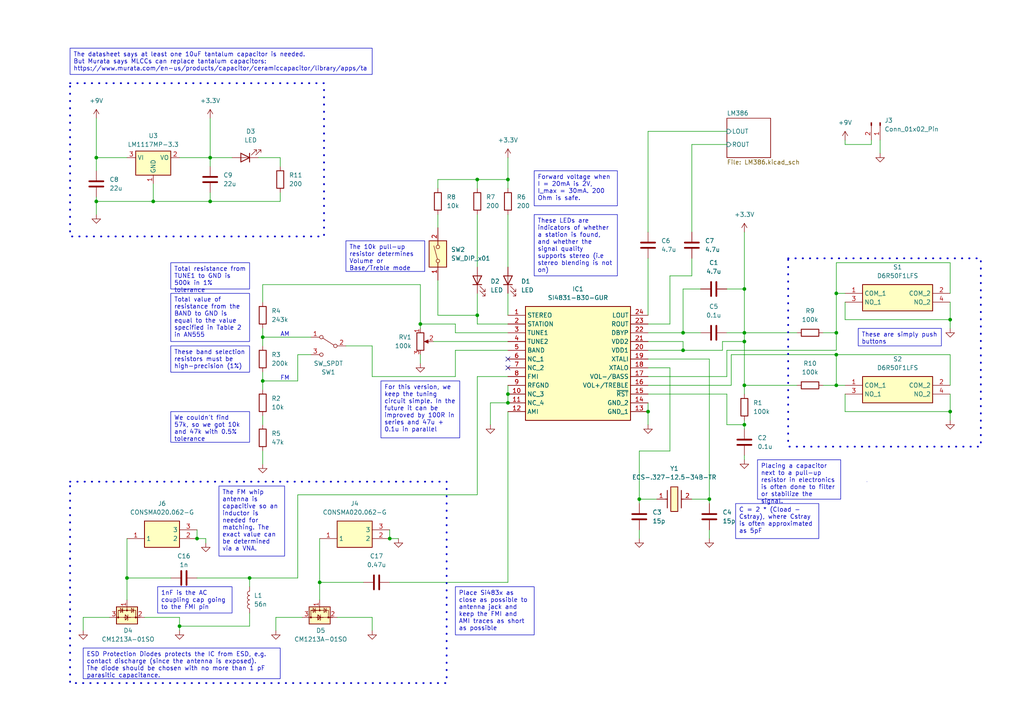
<source format=kicad_sch>
(kicad_sch (version 20230121) (generator eeschema)
  (paper "A4")
  (lib_symbols
    (symbol "CONSMA020_062-G:CONSMA020.062-G"
      (property "Reference" "J" (at 16.51 7.62 0))
      (property "Value" "CONSMA020.062-G" (at 16.51 5.08 0))
      (symbol "CONSMA020.062-G_1_1"
        (rectangle (start 5.08 2.54) (end 15.24 -5.08) (stroke (width 0.254)) (fill (type background)))
        (pin passive line (at 20.32 0 180) (length 5.08) (name "1") (number "1"))
        (pin passive line (at 0 0 0) (length 5.08) (name "2") (number "2"))
        (pin passive line (at 0 -2.54 0) (length 5.08) (name "3") (number "3"))
      )
    )
    (symbol "Connector:Conn_01x02_Pin" (pin_names (offset 1.016) hide)
      (property "Reference" "J" (at 0 2.54 0))
      (property "Value" "Conn_01x02_Pin" (at 0 -5.08 0))
      (symbol "Conn_01x02_Pin_1_1"
        (polyline (pts (xy 1.27 -2.54) (xy 0.8636 -2.54)) (stroke (width 0.1524)))
        (polyline (pts (xy 1.27 0) (xy 0.8636 0)) (stroke (width 0.1524)))
        (rectangle (start 0.8636 -2.413) (end 0 -2.667) (stroke (width 0.1524)) (fill (type outline)))
        (rectangle (start 0.8636 0.127) (end 0 -0.127) (stroke (width 0.1524)) (fill (type outline)))
        (pin passive line (at 5.08 0 180) (length 3.81) (name "Pin_1") (number "1"))
        (pin passive line (at 5.08 -2.54 180) (length 3.81) (name "Pin_2") (number "2"))
      )
    )
    (symbol "D6R50F1LFS:D6R50F1LFS"
      (property "Reference" "S" (at 26.67 7.62 0))
      (property "Value" "D6R50F1LFS" (at 26.67 5.08 0))
      (symbol "D6R50F1LFS_1_1"
        (rectangle (start 5.08 2.54) (end 25.4 -5.08) (stroke (width 0.254)) (fill (type background)))
        (pin passive line (at 0 0 0) (length 5.08) (name "COM_1") (number "1"))
        (pin passive line (at 30.48 0 180) (length 5.08) (name "COM_2") (number "2"))
        (pin passive line (at 0 -2.54 0) (length 5.08) (name "NO_1") (number "3"))
        (pin passive line (at 30.48 -2.54 180) (length 5.08) (name "NO_2") (number "4"))
      )
    )
    (symbol "Device:C" (pin_numbers hide) (pin_names (offset 0.254))
      (property "Reference" "C" (at 0.635 2.54 0))
      (property "Value" "C" (at 0.635 -2.54 0))
      (symbol "C_0_1"
        (polyline (pts (xy -2.032 -0.762) (xy 2.032 -0.762)) (stroke (width 0.508)))
        (polyline (pts (xy -2.032 0.762) (xy 2.032 0.762)) (stroke (width 0.508)))
      )
      (symbol "C_1_1"
        (pin passive line (at 0 3.81 270) (length 2.794) (name "~") (number "1"))
        (pin passive line (at 0 -3.81 90) (length 2.794) (name "~") (number "2"))
      )
    )
    (symbol "Device:L" (pin_numbers hide) (pin_names (offset 1.016) hide)
      (property "Reference" "L" (at -1.27 0 90))
      (property "Value" "L" (at 1.905 0 90))
      (symbol "L_0_1"
        (arc (start 0 -2.54) (mid 0.6323 -1.905) (end 0 -1.27))
        (arc (start 0 -1.27) (mid 0.6323 -0.635) (end 0 0))
        (arc (start 0 0) (mid 0.6323 0.635) (end 0 1.27))
        (arc (start 0 1.27) (mid 0.6323 1.905) (end 0 2.54))
      )
      (symbol "L_1_1"
        (pin passive line (at 0 3.81 270) (length 1.27) (name "1") (number "1"))
        (pin passive line (at 0 -3.81 90) (length 1.27) (name "2") (number "2"))
      )
    )
    (symbol "Device:LED" (pin_numbers hide) (pin_names (offset 1.016) hide)
      (property "Reference" "D" (at 0 2.54 0))
      (property "Value" "LED" (at 0 -2.54 0))
      (symbol "LED_0_1"
        (polyline (pts (xy -1.27 -1.27) (xy -1.27 1.27)) (stroke (width 0.254)))
        (polyline (pts (xy -1.27 0) (xy 1.27 0)))
        (polyline (pts (xy 1.27 -1.27) (xy 1.27 1.27) (xy -1.27 0) (xy 1.27 -1.27)) (stroke (width 0.254)))
        (polyline (pts (xy -3.048 -0.762) (xy -4.572 -2.286) (xy -3.81 -2.286) (xy -4.572 -2.286) (xy -4.572 -1.524)))
        (polyline (pts (xy -1.778 -0.762) (xy -3.302 -2.286) (xy -2.54 -2.286) (xy -3.302 -2.286) (xy -3.302 -1.524)))
      )
      (symbol "LED_1_1"
        (pin passive line (at -3.81 0 0) (length 2.54) (name "K") (number "1"))
        (pin passive line (at 3.81 0 180) (length 2.54) (name "A") (number "2"))
      )
    )
    (symbol "Device:R" (pin_numbers hide) (pin_names (offset 0))
      (property "Reference" "R" (at 2.032 0 90))
      (property "Value" "R" (at 0 0 90))
      (symbol "R_0_1"
        (rectangle (start -1.016 -2.54) (end 1.016 2.54) (stroke (width 0.254)))
      )
      (symbol "R_1_1"
        (pin passive line (at 0 3.81 270) (length 1.27) (name "~") (number "1"))
        (pin passive line (at 0 -3.81 90) (length 1.27) (name "~") (number "2"))
      )
    )
    (symbol "Device:R_Potentiometer" (pin_names (offset 1.016) hide)
      (property "Reference" "RV" (at -4.445 0 90))
      (property "Value" "R_Potentiometer" (at -2.54 0 90))
      (symbol "R_Potentiometer_0_1"
        (polyline (pts (xy 2.54 0) (xy 1.524 0)))
        (polyline (pts (xy 1.143 0) (xy 2.286 0.508) (xy 2.286 -0.508) (xy 1.143 0)) (fill (type outline)))
        (rectangle (start 1.016 2.54) (end -1.016 -2.54) (stroke (width 0.254)))
      )
      (symbol "R_Potentiometer_1_1"
        (pin passive line (at 0 3.81 270) (length 1.27) (name "1") (number "1"))
        (pin passive line (at 3.81 0 180) (length 1.27) (name "2") (number "2"))
        (pin passive line (at 0 -3.81 90) (length 1.27) (name "3") (number "3"))
      )
    )
    (symbol "ECS-_327-12_5-34B-TR:ECS-.327-12.5-34B-TR" (pin_names hide)
      (property "Reference" "Y" (at 8.89 6.35 0))
      (property "Value" "ECS-.327-12.5-34B-TR" (at 8.89 3.81 0))
      (symbol "ECS-.327-12.5-34B-TR_1_1"
        (polyline (pts (xy 3.048 0) (xy 2.54 0)) (stroke (width 0.254)))
        (polyline (pts (xy 3.048 2.54) (xy 3.048 -2.54)) (stroke (width 0.254)))
        (polyline (pts (xy 7.112 0) (xy 7.62 0)) (stroke (width 0.254)))
        (polyline (pts (xy 7.112 2.54) (xy 7.112 -2.54)) (stroke (width 0.254)))
        (rectangle (start 4.064 3.556) (end 6.096 -3.556) (stroke (width 0.254)) (fill (type background)))
        (pin passive line (at 0 0 0) (length 2.54) (name "1") (number "1"))
        (pin passive line (at 10.16 0 180) (length 2.54) (name "2") (number "2"))
      )
    )
    (symbol "Power_Protection:CM1213A-01SO" (pin_names hide)
      (property "Reference" "D" (at 0 5.08 0))
      (property "Value" "CM1213A-01SO" (at 0 3.175 0))
      (symbol "CM1213A-01SO_0_1"
        (rectangle (start -3.048 -3.048) (end 3.048 1.905) (stroke (width 0.254)) (fill (type background)))
        (circle (center -2.54 0) (radius 0.2032) (fill (type outline)))
        (circle (center 0 -2.032) (radius 0.2032) (fill (type outline)))
        (polyline (pts (xy -2.54 -2.032) (xy -2.54 0)))
        (polyline (pts (xy -1.905 -2.667) (xy -1.905 -1.397)))
        (polyline (pts (xy -1.016 0) (xy -3.81 0)))
        (polyline (pts (xy -0.635 -2.032) (xy -2.54 -2.032)))
        (polyline (pts (xy -0.635 -2.032) (xy 0.635 -2.032)))
        (polyline (pts (xy -0.254 -0.762) (xy -0.254 0.762)))
        (polyline (pts (xy -0.254 0.762) (xy -0.254 0.762)))
        (polyline (pts (xy 0 -2.54) (xy 0 -2.032)))
        (polyline (pts (xy 0 0.762) (xy -0.254 0.762)))
        (polyline (pts (xy 0.889 0) (xy -1.016 0)))
        (polyline (pts (xy 0.889 0) (xy -1.016 0)))
        (polyline (pts (xy 0.889 0) (xy 2.54 0)))
        (polyline (pts (xy 1.27 -2.667) (xy 1.27 -1.397)))
        (polyline (pts (xy 1.27 -2.667) (xy 1.27 -1.397)))
        (polyline (pts (xy 2.54 -2.032) (xy 0.635 -2.032)))
        (polyline (pts (xy 2.54 -2.032) (xy 0.635 -2.032)))
        (polyline (pts (xy 2.54 -2.032) (xy 2.54 0)))
        (polyline (pts (xy -1.27 -2.667) (xy -1.27 -1.397) (xy -1.905 -2.032) (xy -1.27 -2.667)))
        (polyline (pts (xy 0.508 -0.762) (xy 0.508 0.762) (xy -0.254 0) (xy 0.508 -0.762)))
        (polyline (pts (xy 0.508 -0.762) (xy 0.508 0.762) (xy -0.254 0) (xy 0.508 -0.762)))
        (polyline (pts (xy 1.905 -2.667) (xy 1.905 -1.397) (xy 1.27 -2.032) (xy 1.905 -2.667)))
        (circle (center 2.54 0) (radius 0.2032) (fill (type outline)))
      )
      (symbol "CM1213A-01SO_1_1"
        (pin passive line (at 0 -5.08 90) (length 2.54) (name "CH1") (number "1"))
        (pin passive line (at -5.08 0 0) (length 2.54) (name "VP") (number "2"))
        (pin passive line (at 5.08 0 180) (length 2.54) (name "VN") (number "3"))
      )
    )
    (symbol "Regulator_Linear:LM1117MP-3.3"
      (property "Reference" "U" (at -3.81 3.175 0))
      (property "Value" "LM1117MP-3.3" (at 0 3.175 0))
      (symbol "LM1117MP-3.3_0_1"
        (rectangle (start -5.08 -5.08) (end 5.08 1.905) (stroke (width 0.254)) (fill (type background)))
      )
      (symbol "LM1117MP-3.3_1_1"
        (pin power_in line (at 0 -7.62 90) (length 2.54) (name "GND") (number "1"))
        (pin power_out line (at 7.62 0 180) (length 2.54) (name "VO") (number "2"))
        (pin power_in line (at -7.62 0 0) (length 2.54) (name "VI") (number "3"))
      )
    )
    (symbol "SI4831-B30-GUR:SI4831-B30-GUR"
      (property "Reference" "IC" (at 36.83 7.62 0))
      (property "Value" "SI4831-B30-GUR" (at 36.83 5.08 0))
      (symbol "SI4831-B30-GUR_1_1"
        (rectangle (start 5.08 2.54) (end 35.56 -30.48) (stroke (width 0.254)) (fill (type background)))
        (pin passive line (at 0 0 0) (length 5.08) (name "STEREO") (number "1"))
        (pin passive line (at 0 -22.86 0) (length 5.08) (name "NC_3") (number "10"))
        (pin passive line (at 0 -25.4 0) (length 5.08) (name "NC_4") (number "11"))
        (pin passive line (at 0 -27.94 0) (length 5.08) (name "AMI") (number "12"))
        (pin passive line (at 40.64 -27.94 180) (length 5.08) (name "GND_1") (number "13"))
        (pin passive line (at 40.64 -25.4 180) (length 5.08) (name "GND_2") (number "14"))
        (pin passive line (at 40.64 -22.86 180) (length 5.08) (name "~{RST}") (number "15"))
        (pin passive line (at 40.64 -20.32 180) (length 5.08) (name "VOL+/TREBLE") (number "16"))
        (pin passive line (at 40.64 -17.78 180) (length 5.08) (name "VOL-/BASS") (number "17"))
        (pin passive line (at 40.64 -15.24 180) (length 5.08) (name "XTALO") (number "18"))
        (pin passive line (at 40.64 -12.7 180) (length 5.08) (name "XTALI") (number "19"))
        (pin passive line (at 0 -2.54 0) (length 5.08) (name "STATION") (number "2"))
        (pin passive line (at 40.64 -10.16 180) (length 5.08) (name "VDD1") (number "20"))
        (pin passive line (at 40.64 -7.62 180) (length 5.08) (name "VDD2") (number "21"))
        (pin passive line (at 40.64 -5.08 180) (length 5.08) (name "DBYP") (number "22"))
        (pin passive line (at 40.64 -2.54 180) (length 5.08) (name "ROUT") (number "23"))
        (pin passive line (at 40.64 0 180) (length 5.08) (name "LOUT") (number "24"))
        (pin passive line (at 0 -5.08 0) (length 5.08) (name "TUNE1") (number "3"))
        (pin passive line (at 0 -7.62 0) (length 5.08) (name "TUNE2") (number "4"))
        (pin passive line (at 0 -10.16 0) (length 5.08) (name "BAND") (number "5"))
        (pin passive line (at 0 -12.7 0) (length 5.08) (name "NC_1") (number "6"))
        (pin passive line (at 0 -15.24 0) (length 5.08) (name "NC_2") (number "7"))
        (pin passive line (at 0 -17.78 0) (length 5.08) (name "FMI") (number "8"))
        (pin passive line (at 0 -20.32 0) (length 5.08) (name "RFGND") (number "9"))
      )
    )
    (symbol "Switch:SW_DIP_x01" (pin_names (offset 0) hide)
      (property "Reference" "SW" (at 0 3.81 0))
      (property "Value" "SW_DIP_x01" (at 0 -3.81 0))
      (symbol "SW_DIP_x01_0_0"
        (circle (center -2.032 0) (radius 0.508))
        (polyline (pts (xy -1.524 0.127) (xy 2.3622 1.1684)))
        (circle (center 2.032 0) (radius 0.508))
      )
      (symbol "SW_DIP_x01_0_1"
        (rectangle (start -3.81 2.54) (end 3.81 -2.54) (stroke (width 0.254)) (fill (type background)))
      )
      (symbol "SW_DIP_x01_1_1"
        (pin passive line (at -7.62 0 0) (length 5.08) (name "~") (number "1"))
        (pin passive line (at 7.62 0 180) (length 5.08) (name "~") (number "2"))
      )
    )
    (symbol "Switch:SW_SPDT" (pin_names (offset 0) hide)
      (property "Reference" "SW" (at 0 4.318 0))
      (property "Value" "SW_SPDT" (at 0 -5.08 0))
      (symbol "SW_SPDT_0_0"
        (circle (center -2.032 0) (radius 0.508))
        (circle (center 2.032 -2.54) (radius 0.508))
      )
      (symbol "SW_SPDT_0_1"
        (polyline (pts (xy -1.524 0.254) (xy 1.651 2.286)))
        (circle (center 2.032 2.54) (radius 0.508))
      )
      (symbol "SW_SPDT_1_1"
        (pin passive line (at 5.08 2.54 180) (length 2.54) (name "A") (number "1"))
        (pin passive line (at -5.08 0 0) (length 2.54) (name "B") (number "2"))
        (pin passive line (at 5.08 -2.54 180) (length 2.54) (name "C") (number "3"))
      )
    )
    (symbol "power:+3.3V" (power) (pin_names (offset 0))
      (property "Value" "+3.3V" (at 0 3.556 0))
      (symbol "+3.3V_0_1"
        (polyline (pts (xy -0.762 1.27) (xy 0 2.54)))
        (polyline (pts (xy 0 0) (xy 0 2.54)))
        (polyline (pts (xy 0 2.54) (xy 0.762 1.27)))
      )
      (symbol "+3.3V_1_1"
        (pin power_in line (at 0 0 90) (length 0) hide (name "+3.3V") (number "1"))
      )
    )
    (symbol "power:+9V" (power) (pin_names (offset 0))
      (property "Value" "+9V" (at 0 3.556 0))
      (symbol "+9V_0_1"
        (polyline (pts (xy -0.762 1.27) (xy 0 2.54)))
        (polyline (pts (xy 0 0) (xy 0 2.54)))
        (polyline (pts (xy 0 2.54) (xy 0.762 1.27)))
      )
      (symbol "+9V_1_1"
        (pin power_in line (at 0 0 90) (length 0) hide (name "+9V") (number "1"))
      )
    )
    (symbol "power:GND" (power) (pin_names (offset 0))
      (property "Value" "GND" (at 0 -3.81 0))
      (symbol "GND_0_1"
        (polyline (pts (xy 0 0) (xy 0 -1.27) (xy 1.27 -1.27) (xy 0 -2.54) (xy -1.27 -1.27) (xy 0 -1.27)))
      )
      (symbol "GND_1_1"
        (pin power_in line (at 0 0 270) (length 0) hide (name "GND") (number "1"))
      )
    )
  )
  (junction (at 215.9 99.06))
  (junction (at 57.15 156.21))
  (junction (at 275.59 119.38))
  (junction (at 60.96 45.72))
  (junction (at 215.9 83.82))
  (junction (at 187.96 119.38))
  (junction (at 138.43 52.07))
  (junction (at 121.92 93.98))
  (junction (at 138.43 91.44))
  (junction (at 242.57 102.87))
  (junction (at 275.59 92.71))
  (junction (at 215.9 96.52))
  (junction (at 60.96 58.42))
  (junction (at 44.45 58.42))
  (junction (at 205.74 144.78))
  (junction (at 147.32 116.84))
  (junction (at 27.94 45.72))
  (junction (at 215.9 123.19))
  (junction (at 52.07 181.61))
  (junction (at 198.12 96.52))
  (junction (at 72.39 167.64))
  (junction (at 242.57 85.09))
  (junction (at 36.83 167.64))
  (junction (at 242.57 111.76))
  (junction (at 198.12 101.6))
  (junction (at 215.9 111.76))
  (junction (at 147.32 114.3))
  (junction (at 113.03 156.21))
  (junction (at 147.32 52.07))
  (junction (at 27.94 58.42))
  (junction (at 76.2 97.79))
  (junction (at 242.57 96.52))
  (junction (at 76.2 110.49))
  (junction (at 185.42 144.78))
  (junction (at 92.71 168.91))
  (no_connect (at 147.32 106.68))
  (no_connect (at 147.32 104.14))
  (wire (pts (xy 245.11 114.3) (xy 245.11 119.38)))
  (wire (pts (xy 76.2 87.63) (xy 76.2 82.55)))
  (wire (pts (xy 60.96 34.29) (xy 60.96 45.72)))
  (wire (pts (xy 74.93 45.72) (xy 81.28 45.72)))
  (wire (pts (xy 187.96 38.1) (xy 210.82 38.1)))
  (wire (pts (xy 187.96 119.38) (xy 187.96 123.19)))
  (wire (pts (xy 76.2 120.65) (xy 76.2 123.19)))
  (wire (pts (xy 187.96 116.84) (xy 187.96 119.38)))
  (wire (pts (xy 138.43 143.51) (xy 138.43 109.22)))
  (wire (pts (xy 121.92 93.98) (xy 121.92 95.25)))
  (wire (pts (xy 147.32 45.72) (xy 147.32 52.07)))
  (wire (pts (xy 76.2 82.55) (xy 121.92 82.55)))
  (wire (pts (xy 275.59 119.38) (xy 275.59 114.3)))
  (wire (pts (xy 185.42 144.78) (xy 190.5 144.78)))
  (wire (pts (xy 215.9 99.06) (xy 215.9 111.76)))
  (wire (pts (xy 242.57 76.2) (xy 242.57 85.09)))
  (wire (pts (xy 210.82 96.52) (xy 215.9 96.52)))
  (wire (pts (xy 86.36 167.64) (xy 86.36 143.51)))
  (wire (pts (xy 132.08 109.22) (xy 107.95 109.22)))
  (wire (pts (xy 252.73 41.91) (xy 252.73 40.64)))
  (wire (pts (xy 138.43 54.61) (xy 138.43 52.07)))
  (wire (pts (xy 215.9 67.31) (xy 215.9 83.82)))
  (wire (pts (xy 132.08 101.6) (xy 132.08 109.22)))
  (wire (pts (xy 238.76 96.52) (xy 242.57 96.52)))
  (wire (pts (xy 87.63 179.07) (xy 80.01 179.07)))
  (wire (pts (xy 275.59 76.2) (xy 242.57 76.2)))
  (wire (pts (xy 76.2 107.95) (xy 76.2 110.49)))
  (wire (pts (xy 275.59 92.71) (xy 275.59 95.25)))
  (wire (pts (xy 275.59 102.87) (xy 242.57 102.87)))
  (wire (pts (xy 107.95 179.07) (xy 107.95 182.88)))
  (wire (pts (xy 215.9 111.76) (xy 215.9 114.3)))
  (wire (pts (xy 242.57 111.76) (xy 245.11 111.76)))
  (wire (pts (xy 138.43 109.22) (xy 147.32 109.22)))
  (wire (pts (xy 147.32 96.52) (xy 132.08 96.52)))
  (wire (pts (xy 198.12 99.06) (xy 198.12 101.6)))
  (wire (pts (xy 36.83 156.21) (xy 36.83 167.64)))
  (wire (pts (xy 209.55 99.06) (xy 215.9 99.06)))
  (wire (pts (xy 215.9 111.76) (xy 231.14 111.76)))
  (wire (pts (xy 242.57 102.87) (xy 242.57 111.76)))
  (wire (pts (xy 187.96 104.14) (xy 205.74 104.14)))
  (wire (pts (xy 27.94 57.15) (xy 27.94 58.42)))
  (wire (pts (xy 187.96 99.06) (xy 198.12 99.06)))
  (wire (pts (xy 59.69 156.21) (xy 57.15 156.21)))
  (wire (pts (xy 187.96 109.22) (xy 210.82 109.22)))
  (wire (pts (xy 86.36 110.49) (xy 76.2 110.49)))
  (wire (pts (xy 210.82 123.19) (xy 215.9 123.19)))
  (wire (pts (xy 125.73 99.06) (xy 147.32 99.06)))
  (wire (pts (xy 127 81.28) (xy 127 91.44)))
  (wire (pts (xy 198.12 101.6) (xy 209.55 101.6)))
  (wire (pts (xy 194.31 93.98) (xy 194.31 80.01)))
  (wire (pts (xy 76.2 97.79) (xy 90.17 97.79)))
  (wire (pts (xy 147.32 85.09) (xy 147.32 91.44)))
  (wire (pts (xy 27.94 58.42) (xy 27.94 62.23)))
  (wire (pts (xy 215.9 83.82) (xy 215.9 96.52)))
  (wire (pts (xy 36.83 167.64) (xy 36.83 173.99)))
  (wire (pts (xy 187.96 111.76) (xy 212.09 111.76)))
  (wire (pts (xy 212.09 111.76) (xy 212.09 102.87)))
  (wire (pts (xy 147.32 101.6) (xy 132.08 101.6)))
  (wire (pts (xy 44.45 53.34) (xy 44.45 58.42)))
  (wire (pts (xy 92.71 168.91) (xy 92.71 173.99)))
  (wire (pts (xy 209.55 101.6) (xy 209.55 99.06)))
  (wire (pts (xy 245.11 41.91) (xy 245.11 40.64)))
  (wire (pts (xy 52.07 179.07) (xy 52.07 181.61)))
  (wire (pts (xy 113.03 153.67) (xy 113.03 156.21)))
  (wire (pts (xy 127 91.44) (xy 138.43 91.44)))
  (wire (pts (xy 187.96 38.1) (xy 187.96 67.31)))
  (wire (pts (xy 52.07 181.61) (xy 52.07 182.88)))
  (wire (pts (xy 215.9 96.52) (xy 231.14 96.52)))
  (wire (pts (xy 41.91 179.07) (xy 52.07 179.07)))
  (wire (pts (xy 113.03 156.21) (xy 115.57 156.21)))
  (wire (pts (xy 60.96 58.42) (xy 81.28 58.42)))
  (wire (pts (xy 275.59 111.76) (xy 275.59 102.87)))
  (wire (pts (xy 187.96 101.6) (xy 198.12 101.6)))
  (wire (pts (xy 187.96 106.68) (xy 194.31 106.68)))
  (wire (pts (xy 147.32 114.3) (xy 147.32 116.84)))
  (wire (pts (xy 81.28 55.88) (xy 81.28 58.42)))
  (wire (pts (xy 147.32 62.23) (xy 147.32 77.47)))
  (wire (pts (xy 57.15 167.64) (xy 72.39 167.64)))
  (wire (pts (xy 242.57 85.09) (xy 242.57 96.52)))
  (wire (pts (xy 185.42 130.81) (xy 185.42 144.78)))
  (wire (pts (xy 205.74 153.67) (xy 205.74 156.21)))
  (wire (pts (xy 200.66 41.91) (xy 200.66 67.31)))
  (wire (pts (xy 76.2 110.49) (xy 76.2 113.03)))
  (wire (pts (xy 72.39 181.61) (xy 52.07 181.61)))
  (wire (pts (xy 138.43 91.44) (xy 138.43 93.98)))
  (wire (pts (xy 205.74 144.78) (xy 205.74 146.05)))
  (wire (pts (xy 60.96 45.72) (xy 67.31 45.72)))
  (wire (pts (xy 107.95 109.22) (xy 107.95 100.33)))
  (wire (pts (xy 121.92 82.55) (xy 121.92 93.98)))
  (wire (pts (xy 245.11 87.63) (xy 245.11 92.71)))
  (wire (pts (xy 27.94 45.72) (xy 36.83 45.72)))
  (wire (pts (xy 198.12 83.82) (xy 198.12 96.52)))
  (wire (pts (xy 194.31 106.68) (xy 194.31 130.81)))
  (wire (pts (xy 242.57 101.6) (xy 242.57 96.52)))
  (wire (pts (xy 147.32 52.07) (xy 147.32 54.61)))
  (wire (pts (xy 194.31 80.01) (xy 200.66 80.01)))
  (wire (pts (xy 187.96 114.3) (xy 210.82 114.3)))
  (wire (pts (xy 59.69 157.48) (xy 59.69 156.21)))
  (wire (pts (xy 80.01 179.07) (xy 80.01 182.88)))
  (wire (pts (xy 132.08 96.52) (xy 132.08 93.98)))
  (wire (pts (xy 31.75 179.07) (xy 24.13 179.07)))
  (wire (pts (xy 215.9 132.08) (xy 215.9 133.35)))
  (wire (pts (xy 27.94 34.29) (xy 27.94 45.72)))
  (wire (pts (xy 127 52.07) (xy 138.43 52.07)))
  (wire (pts (xy 72.39 167.64) (xy 86.36 167.64)))
  (wire (pts (xy 76.2 97.79) (xy 76.2 100.33)))
  (wire (pts (xy 24.13 179.07) (xy 24.13 182.88)))
  (wire (pts (xy 212.09 102.87) (xy 242.57 102.87)))
  (wire (pts (xy 275.59 85.09) (xy 275.59 76.2)))
  (wire (pts (xy 138.43 93.98) (xy 147.32 93.98)))
  (wire (pts (xy 238.76 111.76) (xy 242.57 111.76)))
  (wire (pts (xy 245.11 92.71) (xy 275.59 92.71)))
  (wire (pts (xy 57.15 153.67) (xy 57.15 156.21)))
  (wire (pts (xy 200.66 41.91) (xy 210.82 41.91)))
  (wire (pts (xy 76.2 95.25) (xy 76.2 97.79)))
  (wire (pts (xy 210.82 109.22) (xy 210.82 101.6)))
  (wire (pts (xy 113.03 168.91) (xy 147.32 168.91)))
  (wire (pts (xy 127 54.61) (xy 127 52.07)))
  (wire (pts (xy 36.83 167.64) (xy 49.53 167.64)))
  (wire (pts (xy 275.59 92.71) (xy 275.59 87.63)))
  (wire (pts (xy 187.96 91.44) (xy 187.96 74.93)))
  (wire (pts (xy 242.57 85.09) (xy 245.11 85.09)))
  (wire (pts (xy 147.32 168.91) (xy 147.32 119.38)))
  (wire (pts (xy 200.66 144.78) (xy 205.74 144.78)))
  (wire (pts (xy 100.33 100.33) (xy 107.95 100.33)))
  (wire (pts (xy 142.24 116.84) (xy 147.32 116.84)))
  (wire (pts (xy 210.82 83.82) (xy 215.9 83.82)))
  (wire (pts (xy 72.39 167.64) (xy 72.39 170.18)))
  (wire (pts (xy 187.96 96.52) (xy 198.12 96.52)))
  (wire (pts (xy 185.42 153.67) (xy 185.42 156.21)))
  (wire (pts (xy 27.94 58.42) (xy 44.45 58.42)))
  (wire (pts (xy 92.71 168.91) (xy 105.41 168.91)))
  (wire (pts (xy 245.11 41.91) (xy 252.73 41.91)))
  (wire (pts (xy 185.42 144.78) (xy 185.42 146.05)))
  (wire (pts (xy 275.59 119.38) (xy 275.59 121.92)))
  (wire (pts (xy 121.92 93.98) (xy 132.08 93.98)))
  (wire (pts (xy 44.45 58.42) (xy 60.96 58.42)))
  (wire (pts (xy 27.94 45.72) (xy 27.94 49.53)))
  (wire (pts (xy 60.96 55.88) (xy 60.96 58.42)))
  (wire (pts (xy 255.27 40.64) (xy 255.27 44.45)))
  (wire (pts (xy 81.28 45.72) (xy 81.28 48.26)))
  (wire (pts (xy 60.96 45.72) (xy 60.96 48.26)))
  (wire (pts (xy 76.2 130.81) (xy 76.2 134.62)))
  (wire (pts (xy 205.74 104.14) (xy 205.74 144.78)))
  (wire (pts (xy 147.32 111.76) (xy 147.32 114.3)))
  (wire (pts (xy 210.82 101.6) (xy 242.57 101.6)))
  (wire (pts (xy 245.11 119.38) (xy 275.59 119.38)))
  (wire (pts (xy 142.24 123.19) (xy 142.24 116.84)))
  (wire (pts (xy 198.12 96.52) (xy 203.2 96.52)))
  (wire (pts (xy 194.31 130.81) (xy 185.42 130.81)))
  (wire (pts (xy 215.9 96.52) (xy 215.9 99.06)))
  (wire (pts (xy 203.2 83.82) (xy 198.12 83.82)))
  (wire (pts (xy 127 62.23) (xy 127 66.04)))
  (wire (pts (xy 72.39 177.8) (xy 72.39 181.61)))
  (wire (pts (xy 138.43 85.09) (xy 138.43 91.44)))
  (wire (pts (xy 52.07 45.72) (xy 60.96 45.72)))
  (wire (pts (xy 187.96 93.98) (xy 194.31 93.98)))
  (wire (pts (xy 97.79 179.07) (xy 107.95 179.07)))
  (wire (pts (xy 86.36 102.87) (xy 86.36 110.49)))
  (wire (pts (xy 200.66 80.01) (xy 200.66 74.93)))
  (wire (pts (xy 90.17 102.87) (xy 86.36 102.87)))
  (wire (pts (xy 210.82 114.3) (xy 210.82 123.19)))
  (wire (pts (xy 121.92 102.87) (xy 121.92 105.41)))
  (wire (pts (xy 215.9 124.46) (xy 215.9 123.19)))
  (wire (pts (xy 86.36 143.51) (xy 138.43 143.51)))
  (wire (pts (xy 92.71 156.21) (xy 92.71 168.91)))
  (wire (pts (xy 138.43 52.07) (xy 147.32 52.07)))
  (wire (pts (xy 138.43 62.23) (xy 138.43 77.47)))
  (wire (pts (xy 215.9 121.92) (xy 215.9 123.19)))
  (rectangle (start 228.6 74.93) (end 284.48 129.54) (stroke (width 0.5) (type dot)))
  (rectangle (start 20.32 24.13) (end 93.98 68.58) (stroke (width 0.5) (type dot)))
  (rectangle (start 20.32 139.7) (end 129.54 198.12) (stroke (width 0.5) (type dot)))
  (rectangle (start 251.46 139.7) (end 251.46 139.7))
  (text_box "Placing a capacitor next to a pull-up resistor in electronics is often done to filter or stabilize the signal." (at 219.71 133.35 0) (size 24.13 11.43) (effects (font (size 1.27 1.27)) (justify left top)))
  (text_box "We couldn't find 57k, so we got 10k and 47k with 0.5% tolerance" (at 49.53 119.38 0) (size 22.86 8.89) (effects (font (size 1.27 1.27)) (justify left top)))
  (text_box "These are simply push buttons" (at 248.92 95.25 0) (size 24.13 5.08) (effects (font (size 1.27 1.27)) (justify left top)))
  (text_box "The FM whip antenna is capacitive so an inductor is needed for matching. The exact value can be determined via a VNA." (at 63.5 140.97 0) (size 19.05 20.32) (effects (font (size 1.27 1.27)) (justify left top)))
  (text_box "These LEDs are indicators of whether a station is found, and whether the signal quality\nsupports stereo (i.e stereo blending is not on)" (at 154.94 62.23 0) (size 24.13 17.78) (effects (font (size 1.27 1.27)) (justify left top)))
  (text_box "The 10k pull-up resistor determines Volume or Base/Treble mode" (at 100.33 69.85 0) (size 22.86 8.89) (effects (font (size 1.27 1.27)) (justify left top)))
  (text_box "Place Si483x as close as possible to antenna jack and keep the FMI and AMI traces as short as possible" (at 132.08 170.18 0) (size 22.86 13.97) (effects (font (size 1.27 1.27)) (justify left top)))
  (text_box "Total value of resistance from the BAND to GND is equal to the value specified in Table 2 in AN555" (at 49.53 85.09 0) (size 22.86 13.97) (effects (font (size 1.27 1.27)) (justify left top)))
  (text_box "The datasheet says at least one 10uF tantalum capacitor is needed.\nBut Murata says MLCCs can replace tantalum capacitors:\nhttps://www.murata.com/en-us/products/capacitor/ceramiccapacitor/library/apps/ta" (at 20.32 13.97 0) (size 87.63 7.62) (effects (font (size 1.27 1.27)) (justify left top)))
  (text_box "These band selection resistors must be high-precision (1%)" (at 49.53 100.33 0) (size 22.86 7.62) (effects (font (size 1.27 1.27)) (justify left top)))
  (text_box "For this version, we keep the tuning circuit simple. In the future it can be improved by 100R in series and 47u + 0.1u in parallel " (at 110.49 110.49 0) (size 22.86 16.51) (effects (font (size 1.27 1.27)) (justify left top)))
  (text_box "1nF is the AC coupling cap going to the FMI pin" (at 45.72 170.18 0) (size 21.59 7.62) (effects (font (size 1.27 1.27)) (justify left top)))
  (text_box "Forward voltage when I = 20mA is 2V, I_max = 30mA. 200 Ohm is safe." (at 154.94 49.53 0) (size 24.13 10.16) (effects (font (size 1.27 1.27)) (justify left top)))
  (text_box "Total resistance from TUNE1 to GND is 500k in 1% tolerance" (at 49.53 76.2 0) (size 22.86 7.62) (effects (font (size 1.27 1.27)) (justify left top)))
  (text_box "ESD Protection Diodes protects the IC from ESD, e.g. contact discharge (since the antenna is exposed). \nThe diode should be chosen with no more than 1 pF parasitic capacitance." (at 24.13 187.96 0) (size 57.15 8.89) (effects (font (size 1.27 1.27)) (justify left top)))
  (text_box "C = 2 * (Cload - Cstray), where Cstray is often approximated as 5pF" (at 213.36 146.05 0) (size 24.13 10.16) (effects (font (size 1.27 1.27)) (justify left top)))
  (text "FM" (at 81.28 110.49 0) (effects (font (size 1.27 1.27)) (justify left bottom)))
  (text "AM" (at 81.28 97.79 0) (effects (font (size 1.27 1.27)) (justify left bottom)))
  (symbol (lib_id "power:GND") (at 275.59 95.25 0) (unit 1)
    (property "Reference" "#PWR010" (effects hide))
    (property "Value" "GND" (effects hide))
  )
  (symbol (lib_id "Device:C") (at 207.01 83.82 90) (unit 1)
    (property "Reference" "C1" (at 207.01 76.2 90))
    (property "Value" "4.7u" (at 207.01 78.74 90))
    (property "Footprint" "Capacitor_SMD:C_0603_1608Metric" (effects hide))
  )
  (symbol (lib_id "power:GND") (at 185.42 156.21 0) (unit 1)
    (property "Reference" "#PWR05" (effects hide))
    (property "Value" "GND" (effects hide))
  )
  (symbol (lib_id "Device:LED") (at 138.43 81.28 90) (unit 1)
    (property "Reference" "D2" (at 142.24 81.5975 90) (effects (justify right)))
    (property "Value" "LED" (at 142.24 84.1375 90) (effects (justify right)))
    (property "Footprint" "LED_SMD:LED_0603_1608Metric" (effects hide))
  )
  (symbol (lib_id "D6R50F1LFS:D6R50F1LFS") (at 245.11 85.09 0) (unit 1)
    (property "Reference" "S1" (at 260.35 77.47 0))
    (property "Value" "D6R50F1LFS" (at 260.35 80.01 0))
    (property "Footprint" "D6R40F1LFS" (effects hide))
    (property "Datasheet" "http://www.mouser.com/datasheet/2/60/d6-1109567.pdf" (effects hide))
    (property "Height" "14.3" (effects hide))
    (property "Manufacturer_Name" "C & K COMPONENTS" (effects hide))
    (property "Manufacturer_Part_Number" "D6R50F1LFS" (effects hide))
    (property "Mouser Part Number" "611-D6R50F1LFS" (effects hide))
    (property "Mouser Price/Stock" "https://www.mouser.co.uk/ProductDetail/CK/D6R50F1LFS?qs=sb%252But3Lm4x3Q4ZlV9YSePw%3D%3D" (effects hide))
    (property "Arrow Part Number" "D6R50F1LFS" (effects hide))
    (property "Arrow Price/Stock" "https://www.arrow.com/en/products/d6r50f1lfs/ck" (effects hide))
  )
  (symbol (lib_id "CONSMA020_062-G:CONSMA020.062-G") (at 57.15 156.21 180) (unit 1)
    (property "Reference" "J6" (at 46.99 146.05 0))
    (property "Value" "CONSMA020.062-G" (at 46.99 148.59 0))
    (property "Footprint" "FM Radio:CONSMA020062G" (effects hide))
    (property "Datasheet" "https://componentsearchengine.com/Datasheets/1/CONSMA020.062-G.pdf" (effects hide))
    (property "Height" "7.92" (effects hide))
    (property "Manufacturer_Name" "Linx Technologies" (effects hide))
    (property "Manufacturer_Part_Number" "CONSMA020.062-G" (effects hide))
    (property "Mouser Part Number" "712-CONSMA020.062-G" (effects hide))
    (property "Mouser Price/Stock" "https://www.mouser.co.uk/ProductDetail/Linx-Technologies/CONSMA020.062-G?qs=xZ%2FP%252Ba9zWqa7zEs9%2FuMaNQ%3D%3D" (effects hide))
  )
  (symbol (lib_id "Device:LED") (at 71.12 45.72 180) (unit 1)
    (property "Reference" "D3" (at 72.7075 38.1 0))
    (property "Value" "LED" (at 72.7075 40.64 0))
    (property "Footprint" "LED_SMD:LED_0603_1608Metric" (effects hide))
  )
  (symbol (lib_id "Device:C") (at 205.74 149.86 0) (unit 1)
    (property "Reference" "C4" (at 209.55 148.59 0) (effects (justify left)))
    (property "Value" "15p" (at 209.55 151.13 0) (effects (justify left)))
    (property "Footprint" "Capacitor_SMD:C_0603_1608Metric" (effects hide))
  )
  (symbol (lib_id "Device:R") (at 81.28 52.07 0) (unit 1)
    (property "Reference" "R11" (at 83.82 50.8 0) (effects (justify left)))
    (property "Value" "200" (at 83.82 53.34 0) (effects (justify left)))
    (property "Footprint" "FM Radio:RESC1608X55N" (effects hide))
  )
  (symbol (lib_id "Device:R") (at 234.95 96.52 90) (unit 1)
    (property "Reference" "R9" (at 234.95 90.17 90))
    (property "Value" "100k" (at 234.95 92.71 90))
    (property "Footprint" "FM Radio:RESC1608X55N" (effects hide))
  )
  (symbol (lib_id "Connector:Conn_01x02_Pin") (at 255.27 35.56 270) (unit 1)
    (property "Reference" "J3" (at 256.54 34.925 90) (effects (justify left)))
    (property "Value" "Conn_01x02_Pin" (at 256.54 37.465 90) (effects (justify left)))
    (property "Footprint" "Connector_PinHeader_2.54mm:PinHeader_1x02_P2.54mm_Vertical" (effects hide))
  )
  (symbol (lib_id "power:GND") (at 107.95 182.88 0) (unit 1)
    (property "Reference" "#PWR030" (effects hide))
    (property "Value" "GND" (effects hide))
  )
  (symbol (lib_id "Device:R") (at 76.2 91.44 0) (unit 1)
    (property "Reference" "R4" (at 78.74 90.17 0) (effects (justify left)))
    (property "Value" "243k" (at 78.74 92.71 0) (effects (justify left)))
    (property "Footprint" "FM Radio:RESC1608X55N" (effects hide))
  )
  (symbol (lib_id "D6R50F1LFS:D6R50F1LFS") (at 245.11 111.76 0) (unit 1)
    (property "Reference" "S2" (at 260.35 104.14 0))
    (property "Value" "D6R50F1LFS" (at 260.35 106.68 0))
    (property "Footprint" "D6R40F1LFS" (effects hide))
    (property "Datasheet" "http://www.mouser.com/datasheet/2/60/d6-1109567.pdf" (effects hide))
    (property "Height" "14.3" (effects hide))
    (property "Manufacturer_Name" "C & K COMPONENTS" (effects hide))
    (property "Manufacturer_Part_Number" "D6R50F1LFS" (effects hide))
    (property "Mouser Part Number" "611-D6R50F1LFS" (effects hide))
    (property "Mouser Price/Stock" "https://www.mouser.co.uk/ProductDetail/CK/D6R50F1LFS?qs=sb%252But3Lm4x3Q4ZlV9YSePw%3D%3D" (effects hide))
    (property "Arrow Part Number" "D6R50F1LFS" (effects hide))
    (property "Arrow Price/Stock" "https://www.arrow.com/en/products/d6r50f1lfs/ck" (effects hide))
  )
  (symbol (lib_id "Regulator_Linear:LM1117MP-3.3") (at 44.45 45.72 0) (unit 1)
    (property "Reference" "U3" (at 44.45 39.37 0))
    (property "Value" "LM1117MP-3.3" (at 44.45 41.91 0))
    (property "Footprint" "Package_TO_SOT_SMD:SOT-223-3_TabPin2" (effects hide))
    (property "Datasheet" "http://www.ti.com/lit/ds/symlink/lm1117.pdf" (effects hide))
  )
  (symbol (lib_id "power:GND") (at 59.69 157.48 0) (unit 1)
    (property "Reference" "#PWR027" (effects hide))
    (property "Value" "GND" (effects hide))
  )
  (symbol (lib_id "Device:C") (at 27.94 53.34 180) (unit 1)
    (property "Reference" "C8" (at 31.75 52.07 0) (effects (justify right)))
    (property "Value" "22u" (at 31.75 54.61 0) (effects (justify right)))
    (property "Footprint" "Capacitor_SMD:C_0805_2012Metric" (effects hide))
  )
  (symbol (lib_id "ECS-_327-12_5-34B-TR:ECS-.327-12.5-34B-TR") (at 190.5 144.78 0) (unit 1)
    (property "Reference" "Y1" (at 195.58 135.89 0))
    (property "Value" "ECS-.327-12.5-34B-TR" (at 195.58 138.43 0))
    (property "Footprint" "FM Radio:ECX-31B" (effects hide))
    (property "Datasheet" "http://www.mouser.com/ds/2/122/ecx-31b-1108368.pdf" (effects hide))
    (property "Manufacturer_Name" "ECS" (effects hide))
    (property "Manufacturer_Part_Number" "ECS-.327-12.5-34B-TR" (effects hide))
    (property "Mouser Part Number" "520-327-12.5-34B" (effects hide))
    (property "Mouser Price/Stock" "https://www.mouser.co.uk/ProductDetail/ECS/ECS-.327-12.5-34B-TR?qs=xCP1SmiXvZHPyAjhnmNtEw%3D%3D" (effects hide))
    (property "Arrow Part Number" "ECS-.327-12.5-34B-TR" (effects hide))
    (property "Arrow Price/Stock" "https://www.arrow.com/en/products/ecs-.327-12.5-34b-tr/ecs-international?region=nac" (effects hide))
  )
  (symbol (lib_id "Device:C") (at 109.22 168.91 270) (unit 1)
    (property "Reference" "C17" (at 109.22 161.29 90))
    (property "Value" "0.47u" (at 109.22 163.83 90))
    (property "Footprint" "Capacitor_SMD:C_0603_1608Metric" (effects hide))
  )
  (symbol (lib_id "Device:R") (at 76.2 116.84 0) (unit 1)
    (property "Reference" "R2" (at 78.74 115.57 0) (effects (justify left)))
    (property "Value" "10k" (at 78.74 118.11 0) (effects (justify left)))
    (property "Footprint" "FM Radio:RESC1608X55N" (effects hide))
  )
  (symbol (lib_id "power:GND") (at 24.13 182.88 0) (unit 1)
    (property "Reference" "#PWR025" (effects hide))
    (property "Value" "GND" (effects hide))
  )
  (symbol (lib_id "power:GND") (at 52.07 182.88 0) (unit 1)
    (property "Reference" "#PWR026" (effects hide))
    (property "Value" "GND" (effects hide))
  )
  (symbol (lib_id "Device:C") (at 60.96 52.07 180) (unit 1)
    (property "Reference" "C9" (at 64.77 50.8 0) (effects (justify right)))
    (property "Value" "22u" (at 64.77 53.34 0) (effects (justify right)))
    (property "Footprint" "FM Radio:CAPC2012X145N" (effects hide))
  )
  (symbol (lib_id "Device:LED") (at 147.32 81.28 90) (unit 1)
    (property "Reference" "D1" (at 151.13 81.5975 90) (effects (justify right)))
    (property "Value" "LED" (at 151.13 84.1375 90) (effects (justify right)))
    (property "Footprint" "LED_SMD:LED_0603_1608Metric" (effects hide))
  )
  (symbol (lib_id "SI4831-B30-GUR:SI4831-B30-GUR") (at 147.32 91.44 0) (unit 1)
    (property "Reference" "IC1" (at 167.64 83.82 0))
    (property "Value" "SI4831-B30-GUR" (at 167.64 86.36 0))
    (property "Footprint" "FM Radio:SOP64P600X175-24N" (effects hide))
    (property "Datasheet" "https://www.mouser.com/datasheet/2/472/Si4831_35_B30-2507341.pdf" (effects hide))
    (property "Height" "1.75" (effects hide))
    (property "Manufacturer_Name" "Skyworks" (effects hide))
    (property "Manufacturer_Part_Number" "SI4831-B30-GUR" (effects hide))
    (property "Mouser Part Number" "634-SI4831-B30-GUR" (effects hide))
    (property "Mouser Price/Stock" "https://www.mouser.co.uk/ProductDetail/Skyworks-Solutions-Inc/SI4831-B30-GUR?qs=p9T7GgSe1IHAfFH2gUnBFA%3D%3D" (effects hide))
  )
  (symbol (lib_id "Device:R") (at 76.2 127 0) (unit 1)
    (property "Reference" "R5" (at 78.74 125.73 0) (effects (justify left)))
    (property "Value" "47k" (at 78.74 128.27 0) (effects (justify left)))
    (property "Footprint" "FM Radio:RESC1608X55N" (effects hide))
  )
  (symbol (lib_id "Device:R") (at 215.9 118.11 0) (unit 1)
    (property "Reference" "R1" (at 218.44 116.84 0) (effects (justify left)))
    (property "Value" "100k" (at 218.44 119.38 0) (effects (justify left)))
    (property "Footprint" "FM Radio:RESC1608X55N" (effects hide))
  )
  (symbol (lib_id "power:GND") (at 205.74 156.21 0) (unit 1)
    (property "Reference" "#PWR06" (effects hide))
    (property "Value" "GND" (effects hide))
  )
  (symbol (lib_id "power:+9V") (at 245.11 40.64 0) (unit 1)
    (property "Reference" "#PWR023" (effects hide))
    (property "Value" "+9V" (at 245.11 35.56 0))
  )
  (symbol (lib_id "Power_Protection:CM1213A-01SO") (at 36.83 179.07 180) (unit 1)
    (property "Reference" "D4" (at 37.1475 182.88 0))
    (property "Value" "CM1213A-01SO" (at 37.1475 185.42 0))
    (property "Footprint" "Package_TO_SOT_SMD:SOT-23-3" (effects hide))
    (property "Datasheet" "http://www.onsemi.com/pub_link/Collateral/CM1213A-D.PDF" (effects hide))
  )
  (symbol (lib_id "power:GND") (at 215.9 133.35 0) (unit 1)
    (property "Reference" "#PWR04" (effects hide))
    (property "Value" "GND" (effects hide))
  )
  (symbol (lib_id "power:+9V") (at 27.94 34.29 0) (unit 1)
    (property "Reference" "#PWR012" (effects hide))
    (property "Value" "+9V" (at 27.94 29.21 0))
  )
  (symbol (lib_id "power:GND") (at 80.01 182.88 0) (unit 1)
    (property "Reference" "#PWR028" (effects hide))
    (property "Value" "GND" (effects hide))
  )
  (symbol (lib_id "power:GND") (at 187.96 123.19 0) (unit 1)
    (property "Reference" "#PWR01" (effects hide))
    (property "Value" "GND" (effects hide))
  )
  (symbol (lib_id "Power_Protection:CM1213A-01SO") (at 92.71 179.07 180) (unit 1)
    (property "Reference" "D5" (at 93.0275 182.88 0))
    (property "Value" "CM1213A-01SO" (at 93.0275 185.42 0))
    (property "Footprint" "Package_TO_SOT_SMD:SOT-23-3" (effects hide))
    (property "Datasheet" "http://www.onsemi.com/pub_link/Collateral/CM1213A-D.PDF" (effects hide))
  )
  (symbol (lib_id "Device:C") (at 185.42 149.86 0) (unit 1)
    (property "Reference" "C3" (at 189.23 148.59 0) (effects (justify left)))
    (property "Value" "15p" (at 189.23 151.13 0) (effects (justify left)))
    (property "Footprint" "Capacitor_SMD:C_0603_1608Metric" (effects hide))
  )
  (symbol (lib_id "power:GND") (at 76.2 134.62 0) (unit 1)
    (property "Reference" "#PWR09" (effects hide))
    (property "Value" "GND" (effects hide))
  )
  (symbol (lib_id "Device:C") (at 200.66 71.12 180) (unit 1)
    (property "Reference" "C7" (at 204.47 69.85 0) (effects (justify right)))
    (property "Value" "4.7u" (at 204.47 72.39 0) (effects (justify right)))
    (property "Footprint" "Capacitor_SMD:C_0603_1608Metric" (effects hide))
  )
  (symbol (lib_id "Device:R") (at 127 58.42 0) (unit 1)
    (property "Reference" "R8" (at 129.54 57.15 0) (effects (justify left)))
    (property "Value" "10k" (at 129.54 59.69 0) (effects (justify left)))
    (property "Footprint" "Resistor_SMD:R_0603_1608Metric_Pad0.98x0.95mm_HandSolder" (effects hide))
  )
  (symbol (lib_id "power:GND") (at 275.59 121.92 0) (unit 1)
    (property "Reference" "#PWR011" (effects hide))
    (property "Value" "GND" (effects hide))
  )
  (symbol (lib_id "Device:C") (at 207.01 96.52 90) (unit 1)
    (property "Reference" "C5" (at 207.01 88.9 90))
    (property "Value" "0.1u" (at 207.01 91.44 90))
    (property "Footprint" "Capacitor_SMD:C_0603_1608Metric" (effects hide))
  )
  (symbol (lib_id "Device:C") (at 215.9 128.27 0) (unit 1)
    (property "Reference" "C2" (at 219.71 127 0) (effects (justify left)))
    (property "Value" "0.1u" (at 219.71 129.54 0) (effects (justify left)))
    (property "Footprint" "Capacitor_SMD:C_0603_1608Metric" (effects hide))
  )
  (symbol (lib_id "power:GND") (at 121.92 105.41 0) (unit 1)
    (property "Reference" "#PWR07" (effects hide))
    (property "Value" "GND" (effects hide))
  )
  (symbol (lib_id "Device:R") (at 234.95 111.76 90) (unit 1)
    (property "Reference" "R10" (at 234.95 105.41 90))
    (property "Value" "100k" (at 234.95 107.95 90))
    (property "Footprint" "FM Radio:RESC1608X55N" (effects hide))
  )
  (symbol (lib_id "CONSMA020_062-G:CONSMA020.062-G") (at 113.03 156.21 180) (unit 1)
    (property "Reference" "J4" (at 102.87 146.05 0))
    (property "Value" "CONSMA020.062-G" (at 102.87 148.59 0))
    (property "Footprint" "FM Radio:CONSMA020062G" (effects hide))
    (property "Datasheet" "https://componentsearchengine.com/Datasheets/1/CONSMA020.062-G.pdf" (effects hide))
    (property "Height" "7.92" (effects hide))
    (property "Manufacturer_Name" "Linx Technologies" (effects hide))
    (property "Manufacturer_Part_Number" "CONSMA020.062-G" (effects hide))
    (property "Mouser Part Number" "712-CONSMA020.062-G" (effects hide))
    (property "Mouser Price/Stock" "https://www.mouser.co.uk/ProductDetail/Linx-Technologies/CONSMA020.062-G?qs=xZ%2FP%252Ba9zWqa7zEs9%2FuMaNQ%3D%3D" (effects hide))
  )
  (symbol (lib_id "power:GND") (at 255.27 44.45 0) (unit 1)
    (property "Reference" "#PWR024" (effects hide))
    (property "Value" "GND" (effects hide))
  )
  (symbol (lib_id "Device:C") (at 187.96 71.12 180) (unit 1)
    (property "Reference" "C6" (at 191.77 69.85 0) (effects (justify right)))
    (property "Value" "4.7u" (at 191.77 72.39 0) (effects (justify right)))
    (property "Footprint" "Capacitor_SMD:C_0603_1608Metric" (effects hide))
  )
  (symbol (lib_id "Device:C") (at 53.34 167.64 270) (unit 1)
    (property "Reference" "C16" (at 53.34 161.29 90))
    (property "Value" "1n" (at 53.34 163.83 90))
    (property "Footprint" "Capacitor_SMD:C_0603_1608Metric" (effects hide))
  )
  (symbol (lib_id "power:+3.3V") (at 215.9 67.31 0) (unit 1)
    (property "Reference" "#PWR03" (effects hide))
    (property "Value" "+3.3V" (at 215.9 62.23 0))
  )
  (symbol (lib_id "Device:R") (at 138.43 58.42 0) (unit 1)
    (property "Reference" "R7" (at 140.97 57.15 0) (effects (justify left)))
    (property "Value" "200" (at 140.97 59.69 0) (effects (justify left)))
    (property "Footprint" "Resistor_SMD:R_0603_1608Metric" (effects hide))
  )
  (symbol (lib_id "power:+3.3V") (at 60.96 34.29 0) (unit 1)
    (property "Reference" "#PWR013" (effects hide))
    (property "Value" "+3.3V" (at 60.96 29.21 0))
  )
  (symbol (lib_id "Device:R") (at 147.32 58.42 0) (unit 1)
    (property "Reference" "R6" (at 149.86 57.15 0) (effects (justify left)))
    (property "Value" "200" (at 149.86 59.69 0) (effects (justify left)))
    (property "Footprint" "FM Radio:RESC1608X55N" (effects hide))
  )
  (symbol (lib_id "Device:R_Potentiometer") (at 121.92 99.06 0) (unit 1)
    (property "Reference" "RV1" (at 119.38 97.79 0) (effects (justify right)))
    (property "Value" "100k" (at 119.38 100.33 0) (effects (justify right)))
    (property "Footprint" "FM Radio:91A1AB28B13L" (effects hide))
  )
  (symbol (lib_id "power:GND") (at 142.24 123.19 0) (unit 1)
    (property "Reference" "#PWR02" (effects hide))
    (property "Value" "GND" (effects hide))
  )
  (symbol (lib_id "Device:L") (at 72.39 173.99 180) (unit 1)
    (property "Reference" "L1" (at 73.66 172.72 0) (effects (justify right)))
    (property "Value" "56n" (at 73.66 175.26 0) (effects (justify right)))
    (property "Footprint" "Inductor_SMD:L_0603_1608Metric" (effects hide))
  )
  (symbol (lib_id "power:GND") (at 27.94 62.23 0) (unit 1)
    (property "Reference" "#PWR014" (effects hide))
    (property "Value" "GND" (effects hide))
  )
  (symbol (lib_id "Switch:SW_DIP_x01") (at 127 73.66 90) (unit 1)
    (property "Reference" "SW2" (at 130.81 72.39 90) (effects (justify right)))
    (property "Value" "SW_DIP_x01" (at 130.81 74.93 90) (effects (justify right)))
    (property "Footprint" "FM Radio:DS01254L01BE" (effects hide))
  )
  (symbol (lib_id "Switch:SW_SPDT") (at 95.25 100.33 0) (mirror y) (unit 1)
    (property "Reference" "SW1" (at 95.25 107.95 0))
    (property "Value" "SW_SPDT" (at 95.25 105.41 0))
    (property "Footprint" "Button_Switch_SMD:SW_SPDT_PCM12" (effects hide))
  )
  (symbol (lib_id "power:GND") (at 115.57 156.21 0) (unit 1)
    (property "Reference" "#PWR029" (effects hide))
    (property "Value" "GND" (effects hide))
  )
  (symbol (lib_id "Device:R") (at 76.2 104.14 0) (unit 1)
    (property "Reference" "R3" (at 78.74 102.87 0) (effects (justify left)))
    (property "Value" "200k" (at 78.74 105.41 0) (effects (justify left)))
    (property "Footprint" "FM Radio:RESC1608X55N" (effects hide))
  )
  (symbol (lib_id "power:+3.3V") (at 147.32 45.72 0) (unit 1)
    (property "Reference" "#PWR08" (effects hide))
    (property "Value" "+3.3V" (at 147.32 40.64 0))
  )
  (sheet (at 210.82 34.29) (size 12.7 11.43) (stroke (width 0.1524))
    (property "Sheetname" "LM386" (at 210.82 33.5784 0) (effects (justify left bottom)))
    (property "Sheetfile" "LM386.kicad_sch" (at 210.82 46.3046 0) (effects (justify left top)))
    (pin "LOUT" input (at 210.82 38.1 180))
    (pin "ROUT" input (at 210.82 41.91 180))
  )
)
</source>
